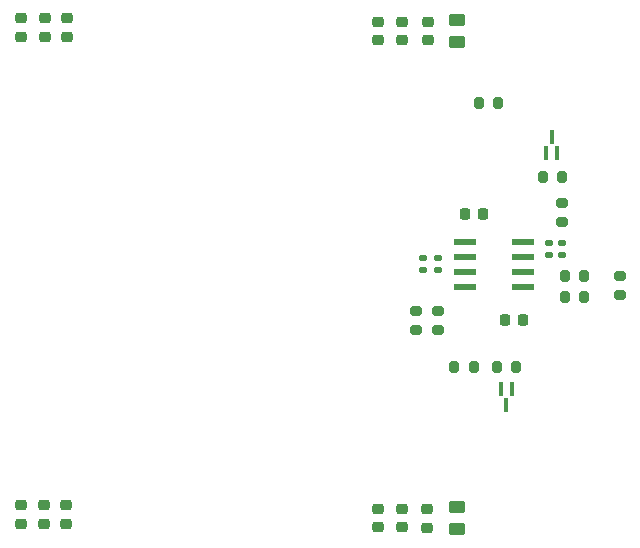
<source format=gbr>
%TF.GenerationSoftware,KiCad,Pcbnew,8.0.6*%
%TF.CreationDate,2025-05-16T11:43:59-04:00*%
%TF.ProjectId,PM5V_Telemetry_Cold_TPC,504d3556-5f54-4656-9c65-6d657472795f,rev?*%
%TF.SameCoordinates,Original*%
%TF.FileFunction,Paste,Bot*%
%TF.FilePolarity,Positive*%
%FSLAX46Y46*%
G04 Gerber Fmt 4.6, Leading zero omitted, Abs format (unit mm)*
G04 Created by KiCad (PCBNEW 8.0.6) date 2025-05-16 11:43:59*
%MOMM*%
%LPD*%
G01*
G04 APERTURE LIST*
G04 Aperture macros list*
%AMRoundRect*
0 Rectangle with rounded corners*
0 $1 Rounding radius*
0 $2 $3 $4 $5 $6 $7 $8 $9 X,Y pos of 4 corners*
0 Add a 4 corners polygon primitive as box body*
4,1,4,$2,$3,$4,$5,$6,$7,$8,$9,$2,$3,0*
0 Add four circle primitives for the rounded corners*
1,1,$1+$1,$2,$3*
1,1,$1+$1,$4,$5*
1,1,$1+$1,$6,$7*
1,1,$1+$1,$8,$9*
0 Add four rect primitives between the rounded corners*
20,1,$1+$1,$2,$3,$4,$5,0*
20,1,$1+$1,$4,$5,$6,$7,0*
20,1,$1+$1,$6,$7,$8,$9,0*
20,1,$1+$1,$8,$9,$2,$3,0*%
G04 Aperture macros list end*
%ADD10RoundRect,0.250000X0.450000X-0.262500X0.450000X0.262500X-0.450000X0.262500X-0.450000X-0.262500X0*%
%ADD11RoundRect,0.200000X0.275000X-0.200000X0.275000X0.200000X-0.275000X0.200000X-0.275000X-0.200000X0*%
%ADD12R,1.981200X0.558800*%
%ADD13RoundRect,0.200000X0.200000X0.275000X-0.200000X0.275000X-0.200000X-0.275000X0.200000X-0.275000X0*%
%ADD14RoundRect,0.140000X0.170000X-0.140000X0.170000X0.140000X-0.170000X0.140000X-0.170000X-0.140000X0*%
%ADD15RoundRect,0.225000X0.250000X-0.225000X0.250000X0.225000X-0.250000X0.225000X-0.250000X-0.225000X0*%
%ADD16R,0.350800X1.161200*%
%ADD17RoundRect,0.225000X0.225000X0.250000X-0.225000X0.250000X-0.225000X-0.250000X0.225000X-0.250000X0*%
%ADD18RoundRect,0.225000X-0.225000X-0.250000X0.225000X-0.250000X0.225000X0.250000X-0.225000X0.250000X0*%
%ADD19RoundRect,0.135000X0.185000X-0.135000X0.185000X0.135000X-0.185000X0.135000X-0.185000X-0.135000X0*%
%ADD20RoundRect,0.200000X-0.200000X-0.275000X0.200000X-0.275000X0.200000X0.275000X-0.200000X0.275000X0*%
G04 APERTURE END LIST*
D10*
%TO.C,R8*%
X180825600Y-97437499D03*
X180825600Y-95612499D03*
%TD*%
D11*
%TO.C,R18*%
X177358100Y-80605000D03*
X177358100Y-78955000D03*
%TD*%
D12*
%TO.C,U3*%
X186401900Y-73145000D03*
X186401900Y-74415000D03*
X186401900Y-75685000D03*
X186401900Y-76955000D03*
X181474300Y-76955000D03*
X181474300Y-75685000D03*
X181474300Y-74415000D03*
X181474300Y-73145000D03*
%TD*%
D13*
%TO.C,R13*%
X191588100Y-76030000D03*
X189938100Y-76030000D03*
%TD*%
D14*
%TO.C,C23*%
X189728100Y-74230000D03*
X189728100Y-73270000D03*
%TD*%
%TO.C,R19*%
X179228100Y-75490000D03*
X179228100Y-74530000D03*
%TD*%
D15*
%TO.C,C15*%
X147755600Y-97000001D03*
X147755600Y-95450001D03*
%TD*%
%TO.C,C5*%
X147788100Y-55755000D03*
X147788100Y-54205000D03*
%TD*%
%TO.C,C17*%
X174095600Y-97299999D03*
X174095600Y-95749999D03*
%TD*%
D16*
%TO.C,M1*%
X189328099Y-65605000D03*
X188328101Y-65605000D03*
X188828100Y-64255000D03*
%TD*%
D17*
%TO.C,C21*%
X183013100Y-70810000D03*
X181463100Y-70810000D03*
%TD*%
D16*
%TO.C,M2*%
X184508101Y-85635000D03*
X185508099Y-85635000D03*
X185008100Y-86985000D03*
%TD*%
D18*
%TO.C,C22*%
X184843100Y-79780000D03*
X186393100Y-79780000D03*
%TD*%
D11*
%TO.C,R20*%
X179238100Y-80610000D03*
X179238100Y-78960000D03*
%TD*%
D15*
%TO.C,C7*%
X176178100Y-56055000D03*
X176178100Y-54505000D03*
%TD*%
D11*
%TO.C,R9*%
X189738100Y-71475000D03*
X189738100Y-69825000D03*
%TD*%
D10*
%TO.C,R2*%
X180858100Y-56192500D03*
X180858100Y-54367500D03*
%TD*%
D15*
%TO.C,C4*%
X145898100Y-55760000D03*
X145898100Y-54210000D03*
%TD*%
%TO.C,C8*%
X178338100Y-56075000D03*
X178338100Y-54525000D03*
%TD*%
D11*
%TO.C,R17*%
X194598100Y-77675000D03*
X194598100Y-76025000D03*
%TD*%
D15*
%TO.C,C14*%
X145865600Y-97005001D03*
X145865600Y-95455001D03*
%TD*%
D19*
%TO.C,R12*%
X188588100Y-74270000D03*
X188588100Y-73250000D03*
%TD*%
D20*
%TO.C,R15*%
X180593100Y-83700000D03*
X182243100Y-83700000D03*
%TD*%
D15*
%TO.C,C18*%
X176145600Y-97299999D03*
X176145600Y-95749999D03*
%TD*%
%TO.C,C19*%
X178305600Y-97319999D03*
X178305600Y-95769999D03*
%TD*%
%TO.C,C3*%
X143928100Y-55755000D03*
X143928100Y-54205000D03*
%TD*%
%TO.C,C6*%
X174128100Y-56055000D03*
X174128100Y-54505000D03*
%TD*%
%TO.C,C13*%
X143895600Y-97000001D03*
X143895600Y-95450001D03*
%TD*%
D13*
%TO.C,R11*%
X184323100Y-61370000D03*
X182673100Y-61370000D03*
%TD*%
D20*
%TO.C,R16*%
X184193100Y-83700000D03*
X185843100Y-83700000D03*
%TD*%
%TO.C,R14*%
X189928100Y-77790000D03*
X191578100Y-77790000D03*
%TD*%
D14*
%TO.C,C24*%
X177958100Y-75480000D03*
X177958100Y-74520000D03*
%TD*%
D13*
%TO.C,R10*%
X189753100Y-67640000D03*
X188103100Y-67640000D03*
%TD*%
M02*

</source>
